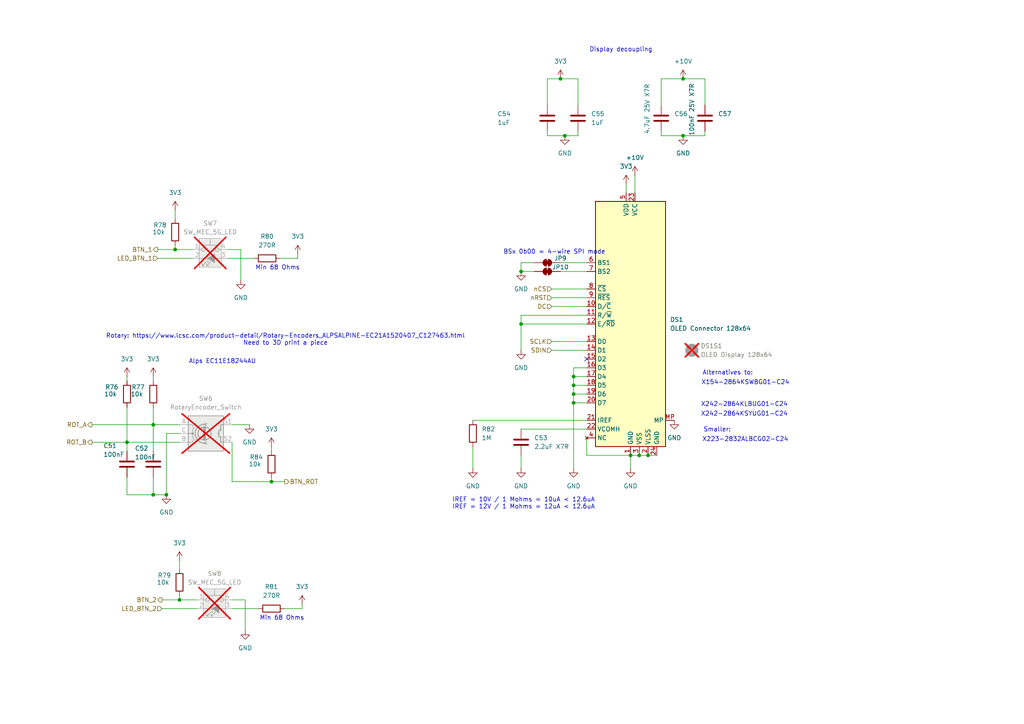
<source format=kicad_sch>
(kicad_sch (version 20231120) (generator "eeschema") (generator_version "8.0")
  (paper "A4")
  (lib_symbols
    (symbol "Device:C" (pin_numbers hide) (pin_names (offset 0.254))
      (property "Reference" "C" (at 0.635 2.54 0))
      (property "Value" "C" (at 0.635 -2.54 0))
      (symbol "C_0_1"
        (polyline (pts (xy -2.032 -0.762) (xy 2.032 -0.762)) (stroke (width 0.508)))
        (polyline (pts (xy -2.032 0.762) (xy 2.032 0.762)) (stroke (width 0.508)))
      )
      (symbol "C_1_1"
        (pin passive line (at 0 3.81 270) (length 2.794) (name "~") (number "1"))
        (pin passive line (at 0 -3.81 90) (length 2.794) (name "~") (number "2"))
      )
    )
    (symbol "Device:R" (pin_numbers hide) (pin_names (offset 0))
      (property "Reference" "R" (at 2.032 0 90))
      (property "Value" "R" (at 0 0 90))
      (symbol "R_0_1"
        (rectangle (start -1.016 -2.54) (end 1.016 2.54) (stroke (width 0.254)))
      )
      (symbol "R_1_1"
        (pin passive line (at 0 3.81 270) (length 1.27) (name "~") (number "1"))
        (pin passive line (at 0 -3.81 90) (length 1.27) (name "~") (number "2"))
      )
    )
    (symbol "Device:RotaryEncoder_Switch" (pin_names (offset 0.254) hide)
      (property "Reference" "SW" (at 0 6.604 0))
      (property "Value" "RotaryEncoder_Switch" (at 0 -6.604 0))
      (symbol "RotaryEncoder_Switch_0_1"
        (rectangle (start -5.08 5.08) (end 5.08 -5.08) (stroke (width 0.254)) (fill (type background)))
        (circle (center -3.81 0) (radius 0.254) (fill (type outline)))
        (circle (center -0.381 0) (radius 1.905) (stroke (width 0.254)))
        (arc (start -0.381 2.667) (mid -3.0988 -0.0635) (end -0.381 -2.794) (stroke (width 0.254)))
        (polyline (pts (xy -0.635 -1.778) (xy -0.635 1.778)) (stroke (width 0.254)))
        (polyline (pts (xy -0.381 -1.778) (xy -0.381 1.778)) (stroke (width 0.254)))
        (polyline (pts (xy -0.127 1.778) (xy -0.127 -1.778)) (stroke (width 0.254)))
        (polyline (pts (xy 3.81 0) (xy 3.429 0)) (stroke (width 0.254)))
        (polyline (pts (xy 3.81 1.016) (xy 3.81 -1.016)) (stroke (width 0.254)))
        (polyline (pts (xy -5.08 -2.54) (xy -3.81 -2.54) (xy -3.81 -2.032)))
        (polyline (pts (xy -5.08 2.54) (xy -3.81 2.54) (xy -3.81 2.032)))
        (polyline (pts (xy 0.254 -3.048) (xy -0.508 -2.794) (xy 0.127 -2.413)) (stroke (width 0.254)))
        (polyline (pts (xy 0.254 2.921) (xy -0.508 2.667) (xy 0.127 2.286)) (stroke (width 0.254)))
        (polyline (pts (xy 5.08 -2.54) (xy 4.318 -2.54) (xy 4.318 -1.016)) (stroke (width 0.254)))
        (polyline (pts (xy 5.08 2.54) (xy 4.318 2.54) (xy 4.318 1.016)) (stroke (width 0.254)))
        (polyline (pts (xy -5.08 0) (xy -3.81 0) (xy -3.81 -1.016) (xy -3.302 -2.032)))
        (polyline (pts (xy -4.318 0) (xy -3.81 0) (xy -3.81 1.016) (xy -3.302 2.032)))
        (circle (center 4.318 -1.016) (radius 0.127) (stroke (width 0.254)))
        (circle (center 4.318 1.016) (radius 0.127) (stroke (width 0.254)))
      )
      (symbol "RotaryEncoder_Switch_1_1"
        (pin passive line (at -7.62 2.54 0) (length 2.54) (name "A") (number "A"))
        (pin passive line (at -7.62 -2.54 0) (length 2.54) (name "B") (number "B"))
        (pin passive line (at -7.62 0 0) (length 2.54) (name "C") (number "C"))
        (pin passive line (at 7.62 2.54 180) (length 2.54) (name "S1") (number "S1"))
        (pin passive line (at 7.62 -2.54 180) (length 2.54) (name "S2") (number "S2"))
      )
    )
    (symbol "Jumper:SolderJumper_2_Bridged" (pin_numbers hide) (pin_names (offset 0) hide) (exclude_from_sim yes) (in_bom no)
      (property "Reference" "JP" (at 0 2.032 0))
      (property "Value" "SolderJumper_2_Bridged" (at 0 -2.54 0))
      (symbol "SolderJumper_2_Bridged_0_1"
        (rectangle (start -0.508 0.508) (end 0.508 -0.508) (fill (type outline)))
        (arc (start -0.254 1.016) (mid -1.2656 0) (end -0.254 -1.016))
        (arc (start -0.254 1.016) (mid -1.2656 0) (end -0.254 -1.016) (fill (type outline)))
        (polyline (pts (xy -0.254 1.016) (xy -0.254 -1.016)))
        (polyline (pts (xy 0.254 1.016) (xy 0.254 -1.016)))
        (arc (start 0.254 -1.016) (mid 1.2656 0) (end 0.254 1.016))
        (arc (start 0.254 -1.016) (mid 1.2656 0) (end 0.254 1.016) (fill (type outline)))
      )
      (symbol "SolderJumper_2_Bridged_1_1"
        (pin passive line (at -3.81 0 0) (length 2.54) (name "A") (number "1"))
        (pin passive line (at 3.81 0 180) (length 2.54) (name "B") (number "2"))
      )
    )
    (symbol "Mechanical:MountingHole" (pin_names (offset 1.016)) (exclude_from_sim yes) (in_bom no)
      (property "Reference" "H" (at 0 5.08 0))
      (property "Value" "MountingHole" (at 0 3.175 0))
      (symbol "MountingHole_0_1"
        (circle (center 0 0) (radius 1.27) (stroke (width 1.27)))
      )
    )
    (symbol "Switch:SW_MEC_5G_LED" (pin_names (offset 1.016) hide)
      (property "Reference" "SW" (at 0 7.62 0))
      (property "Value" "SW_MEC_5G_LED" (at 0 -3.81 0))
      (symbol "SW_MEC_5G_LED_0_0"
        (polyline (pts (xy -2.54 0) (xy 2.54 0)))
        (polyline (pts (xy -2.286 -2.159) (xy -1.016 -0.889)))
        (polyline (pts (xy -1.016 -2.159) (xy 0.254 -0.889)))
        (polyline (pts (xy -0.635 1.27) (xy -0.635 -1.27)))
        (polyline (pts (xy -2.286 -1.524) (xy -2.286 -2.159) (xy -1.651 -2.159)))
        (polyline (pts (xy -1.016 -1.524) (xy -1.016 -2.159) (xy -0.381 -2.159)))
        (polyline (pts (xy -0.635 0) (xy 1.27 1.27) (xy 1.27 -1.27) (xy -0.635 0)) (fill (type outline)))
      )
      (symbol "SW_MEC_5G_LED_0_1"
        (circle (center -2.032 2.54) (radius 0.508))
        (polyline (pts (xy 0 3.81) (xy 0 5.588)))
        (polyline (pts (xy 2.54 3.81) (xy -2.54 3.81)))
        (circle (center 2.032 2.54) (radius 0.508))
        (pin passive line (at -5.08 2.54 0) (length 2.54) (name "1") (number "1"))
        (pin passive line (at -5.08 0 0) (length 2.54) (name "2") (number "2"))
        (pin passive line (at 5.08 0 180) (length 2.54) (name "K") (number "3"))
        (pin passive line (at 5.08 2.54 180) (length 2.54) (name "A") (number "4"))
      )
      (symbol "SW_MEC_5G_LED_1_1"
        (rectangle (start -3.175 5.715) (end 3.175 -2.54) (fill (type background)))
      )
    )
    (symbol "asynthosc_lib:X154-2864KSWBG01-C24"
      (property "Reference" "DS" (at -10.16 38.1 0))
      (property "Value" "OLED 128x64" (at 12.7 38.1 0))
      (symbol "X154-2864KSWBG01-C24_0_1"
        (rectangle (start -10.16 35.56) (end 10.16 -35.56) (stroke (width 0.254)) (fill (type background)))
      )
      (symbol "X154-2864KSWBG01-C24_1_1"
        (pin power_in line (at 0 -38.1 90) (length 2.54) (name "GND") (number "1"))
        (pin input line (at -12.7 5.08 0) (length 2.54) (name "D/~{C}") (number "10"))
        (pin input line (at -12.7 2.54 0) (length 2.54) (name "R/~{W}") (number "11"))
        (pin input line (at -12.7 0 0) (length 2.54) (name "E/~{RD}") (number "12"))
        (pin bidirectional line (at -12.7 -5.08 0) (length 2.54) (name "D0") (number "13"))
        (pin bidirectional line (at -12.7 -7.62 0) (length 2.54) (name "D1") (number "14"))
        (pin bidirectional line (at -12.7 -10.16 0) (length 2.54) (name "D2") (number "15"))
        (pin bidirectional line (at -12.7 -12.7 0) (length 2.54) (name "D3") (number "16"))
        (pin bidirectional line (at -12.7 -15.24 0) (length 2.54) (name "D4") (number "17"))
        (pin bidirectional line (at -12.7 -17.78 0) (length 2.54) (name "D5") (number "18"))
        (pin bidirectional line (at -12.7 -20.32 0) (length 2.54) (name "D6") (number "19"))
        (pin power_in line (at 5.08 -38.1 90) (length 2.54) (name "VLSS") (number "2"))
        (pin bidirectional line (at -12.7 -22.86 0) (length 2.54) (name "D7") (number "20"))
        (pin passive line (at -12.7 -27.94 0) (length 2.54) (name "IREF") (number "21"))
        (pin passive line (at -12.7 -30.48 0) (length 2.54) (name "VCOMH") (number "22"))
        (pin power_in line (at 1.27 38.1 270) (length 2.54) (name "VCC") (number "23"))
        (pin power_in line (at 7.62 -38.1 90) (length 2.54) (name "GND") (number "24"))
        (pin power_in line (at 2.54 -38.1 90) (length 2.54) (name "VSS") (number "3"))
        (pin no_connect line (at -12.7 -33.02 0) (length 2.54) (name "NC") (number "4"))
        (pin power_in line (at -1.27 38.1 270) (length 2.54) (name "VDD") (number "5"))
        (pin input line (at -12.7 17.78 0) (length 2.54) (name "BS1") (number "6"))
        (pin input line (at -12.7 15.24 0) (length 2.54) (name "BS2") (number "7"))
        (pin input line (at -12.7 10.16 0) (length 2.54) (name "~{CS}") (number "8"))
        (pin input line (at -12.7 7.62 0) (length 2.54) (name "~{RES}") (number "9"))
        (pin free line (at 12.7 -27.94 180) (length 2.54) (name "MP") (number "MP"))
      )
    )
    (symbol "power:+10V" (power) (pin_numbers hide) (pin_names (offset 0) hide)
      (property "Value" "+10V" (at 0 3.556 0))
      (symbol "+10V_0_1"
        (polyline (pts (xy -0.762 1.27) (xy 0 2.54)))
        (polyline (pts (xy 0 0) (xy 0 2.54)))
        (polyline (pts (xy 0 2.54) (xy 0.762 1.27)))
      )
      (symbol "+10V_1_1"
        (pin power_in line (at 0 0 90) (length 0) (name "~") (number "1"))
      )
    )
    (symbol "power:+3V3" (power) (pin_numbers hide) (pin_names (offset 0) hide)
      (property "Value" "+3V3" (at 0 3.556 0))
      (symbol "+3V3_0_1"
        (polyline (pts (xy -0.762 1.27) (xy 0 2.54)))
        (polyline (pts (xy 0 0) (xy 0 2.54)))
        (polyline (pts (xy 0 2.54) (xy 0.762 1.27)))
      )
      (symbol "+3V3_1_1"
        (pin power_in line (at 0 0 90) (length 0) (name "~") (number "1"))
      )
    )
    (symbol "power:GND" (power) (pin_numbers hide) (pin_names (offset 0) hide)
      (property "Value" "GND" (at 0 -3.81 0))
      (symbol "GND_0_1"
        (polyline (pts (xy 0 0) (xy 0 -1.27) (xy 1.27 -1.27) (xy 0 -2.54) (xy -1.27 -1.27) (xy 0 -1.27)))
      )
      (symbol "GND_1_1"
        (pin power_in line (at 0 0 270) (length 0) (name "~") (number "1"))
      )
    )
  )
  (junction (at 198.12 39.37))
  (junction (at 166.37 109.22))
  (junction (at 52.07 173.99))
  (junction (at 78.74 139.7))
  (junction (at 48.26 143.51))
  (junction (at 163.83 39.37))
  (junction (at 182.88 132.08))
  (junction (at 50.8 72.39))
  (junction (at 166.37 111.76))
  (junction (at 36.83 128.27))
  (junction (at 151.13 93.98))
  (junction (at 44.45 143.51))
  (junction (at 185.42 132.08))
  (junction (at 187.96 132.08))
  (junction (at 151.13 78.74))
  (junction (at 166.37 116.84))
  (junction (at 162.56 22.86))
  (junction (at 198.12 22.86))
  (junction (at 44.45 123.19))
  (junction (at 166.37 114.3))
  (no_connect (at 170.18 104.14))
  (wire (pts (xy 71.12 173.99) (xy 71.12 182.88)))
  (wire (pts (xy 167.64 30.48) (xy 167.64 22.86)))
  (wire (pts (xy 162.56 76.2) (xy 170.18 76.2)))
  (wire (pts (xy 46.99 173.99) (xy 52.07 173.99)))
  (wire (pts (xy 67.31 128.27) (xy 67.31 139.7)))
  (wire (pts (xy 50.8 72.39) (xy 55.88 72.39)))
  (wire (pts (xy 166.37 114.3) (xy 170.18 114.3)))
  (wire (pts (xy 162.56 22.86) (xy 158.75 22.86)))
  (wire (pts (xy 78.74 129.54) (xy 78.74 130.81)))
  (wire (pts (xy 154.94 76.2) (xy 151.13 76.2)))
  (wire (pts (xy 36.83 109.22) (xy 36.83 110.49)))
  (wire (pts (xy 198.12 39.37) (xy 204.47 39.37)))
  (wire (pts (xy 67.31 173.99) (xy 71.12 173.99)))
  (wire (pts (xy 167.64 39.37) (xy 167.64 38.1)))
  (wire (pts (xy 166.37 109.22) (xy 166.37 106.68)))
  (wire (pts (xy 163.83 39.37) (xy 167.64 39.37)))
  (wire (pts (xy 44.45 109.22) (xy 44.45 110.49)))
  (wire (pts (xy 36.83 143.51) (xy 44.45 143.51)))
  (wire (pts (xy 184.15 50.8) (xy 184.15 55.88)))
  (wire (pts (xy 166.37 111.76) (xy 170.18 111.76)))
  (wire (pts (xy 67.31 176.53) (xy 74.93 176.53)))
  (wire (pts (xy 151.13 76.2) (xy 151.13 78.74)))
  (wire (pts (xy 167.64 22.86) (xy 162.56 22.86)))
  (wire (pts (xy 198.12 22.86) (xy 204.47 22.86)))
  (wire (pts (xy 160.02 86.36) (xy 170.18 86.36)))
  (wire (pts (xy 181.61 53.34) (xy 181.61 55.88)))
  (wire (pts (xy 44.45 123.19) (xy 52.07 123.19)))
  (wire (pts (xy 44.45 138.43) (xy 44.45 143.51)))
  (wire (pts (xy 52.07 173.99) (xy 57.15 173.99)))
  (wire (pts (xy 185.42 132.08) (xy 187.96 132.08)))
  (wire (pts (xy 160.02 83.82) (xy 170.18 83.82)))
  (wire (pts (xy 166.37 106.68) (xy 170.18 106.68)))
  (wire (pts (xy 191.77 22.86) (xy 191.77 30.48)))
  (wire (pts (xy 137.16 129.54) (xy 137.16 135.89)))
  (wire (pts (xy 26.67 123.19) (xy 44.45 123.19)))
  (wire (pts (xy 191.77 22.86) (xy 198.12 22.86)))
  (wire (pts (xy 67.31 123.19) (xy 72.39 123.19)))
  (wire (pts (xy 36.83 138.43) (xy 36.83 143.51)))
  (wire (pts (xy 36.83 128.27) (xy 36.83 130.81)))
  (wire (pts (xy 160.02 88.9) (xy 170.18 88.9)))
  (wire (pts (xy 158.75 39.37) (xy 163.83 39.37)))
  (wire (pts (xy 158.75 22.86) (xy 158.75 30.48)))
  (wire (pts (xy 52.07 125.73) (xy 48.26 125.73)))
  (wire (pts (xy 191.77 39.37) (xy 191.77 38.1)))
  (wire (pts (xy 44.45 123.19) (xy 44.45 130.81)))
  (wire (pts (xy 66.04 72.39) (xy 69.85 72.39)))
  (wire (pts (xy 66.04 74.93) (xy 73.66 74.93)))
  (wire (pts (xy 151.13 93.98) (xy 151.13 101.6)))
  (wire (pts (xy 69.85 72.39) (xy 69.85 81.28)))
  (wire (pts (xy 52.07 172.72) (xy 52.07 173.99)))
  (wire (pts (xy 170.18 93.98) (xy 151.13 93.98)))
  (wire (pts (xy 87.63 176.53) (xy 87.63 175.26)))
  (wire (pts (xy 204.47 22.86) (xy 204.47 30.48)))
  (wire (pts (xy 170.18 91.44) (xy 151.13 91.44)))
  (wire (pts (xy 45.72 72.39) (xy 50.8 72.39)))
  (wire (pts (xy 48.26 125.73) (xy 48.26 143.51)))
  (wire (pts (xy 166.37 109.22) (xy 170.18 109.22)))
  (wire (pts (xy 44.45 118.11) (xy 44.45 123.19)))
  (wire (pts (xy 160.02 99.06) (xy 170.18 99.06)))
  (wire (pts (xy 26.67 128.27) (xy 36.83 128.27)))
  (wire (pts (xy 151.13 91.44) (xy 151.13 93.98)))
  (wire (pts (xy 182.88 132.08) (xy 182.88 135.89)))
  (wire (pts (xy 78.74 139.7) (xy 82.55 139.7)))
  (wire (pts (xy 166.37 116.84) (xy 170.18 116.84)))
  (wire (pts (xy 151.13 135.89) (xy 151.13 132.08)))
  (wire (pts (xy 162.56 78.74) (xy 170.18 78.74)))
  (wire (pts (xy 81.28 74.93) (xy 86.36 74.93)))
  (wire (pts (xy 151.13 78.74) (xy 154.94 78.74)))
  (wire (pts (xy 170.18 132.08) (xy 182.88 132.08)))
  (wire (pts (xy 45.72 74.93) (xy 55.88 74.93)))
  (wire (pts (xy 166.37 111.76) (xy 166.37 109.22)))
  (wire (pts (xy 52.07 162.56) (xy 52.07 165.1)))
  (wire (pts (xy 151.13 124.46) (xy 170.18 124.46)))
  (wire (pts (xy 50.8 60.96) (xy 50.8 63.5)))
  (wire (pts (xy 166.37 114.3) (xy 166.37 111.76)))
  (wire (pts (xy 78.74 138.43) (xy 78.74 139.7)))
  (wire (pts (xy 67.31 139.7) (xy 78.74 139.7)))
  (wire (pts (xy 86.36 74.93) (xy 86.36 73.66)))
  (wire (pts (xy 160.02 101.6) (xy 170.18 101.6)))
  (wire (pts (xy 166.37 135.89) (xy 166.37 116.84)))
  (wire (pts (xy 170.18 127) (xy 170.18 132.08)))
  (wire (pts (xy 44.45 143.51) (xy 48.26 143.51)))
  (wire (pts (xy 204.47 39.37) (xy 204.47 38.1)))
  (wire (pts (xy 46.99 176.53) (xy 57.15 176.53)))
  (wire (pts (xy 36.83 128.27) (xy 52.07 128.27)))
  (wire (pts (xy 187.96 132.08) (xy 190.5 132.08)))
  (wire (pts (xy 158.75 39.37) (xy 158.75 38.1)))
  (wire (pts (xy 137.16 121.92) (xy 170.18 121.92)))
  (wire (pts (xy 50.8 71.12) (xy 50.8 72.39)))
  (wire (pts (xy 191.77 39.37) (xy 198.12 39.37)))
  (wire (pts (xy 36.83 118.11) (xy 36.83 128.27)))
  (wire (pts (xy 182.88 132.08) (xy 185.42 132.08)))
  (wire (pts (xy 166.37 116.84) (xy 166.37 114.3)))
  (wire (pts (xy 82.55 176.53) (xy 87.63 176.53)))
  (text "X242-2864KLBUG01-C24" (at 215.9 117.348 0) (effects (font (size 1.27 1.27))))
  (text "Display decoupling\n" (at 180.086 14.478 0) (effects (font (size 1.27 1.27))))
  (text "Smaller:" (at 208.026 124.714 0) (effects (font (size 1.27 1.27))))
  (text "X154-2864KSWBG01-C24  " (at 217.17 110.998 0) (effects (font (size 1.27 1.27))))
  (text "Alps EC11E18244AU" (at 64.516 104.902 0) (effects (font (size 1.27 1.27))))
  (text "X242-2864KSYUG01-C24" (at 215.9 120.142 0) (effects (font (size 1.27 1.27))))
  (text "X223-2832ALBCG02-C24 " (at 216.662 127.508 0) (effects (font (size 1.27 1.27))))
  (text "Min 68 Ohms" (at 81.788 179.324 0) (effects (font (size 1.27 1.27))))
  (text "IREF = 10V / 1 Mohms = 10uA < 12.6uA\nIREF = 12V / 1 Mohms = 12uA < 12.6uA" (at 151.892 146.05 0) (effects (font (size 1.27 1.27))))
  (text "BSx 0b00 = 4-wire SPI mode" (at 160.782 73.152 0) (effects (font (size 1.27 1.27))))
  (text "Alternatives to:" (at 211.074 108.204 0) (effects (font (size 1.27 1.27))))
  (text "Rotary: https://www.lcsc.com/product-detail/Rotary-Encoders_ALPSALPINE-EC21A1520407_C127463.html\nNeed to 3D print a piece" (at 82.804 98.552 0) (effects (font (size 1.27 1.27))))
  (text "Min 68 Ohms" (at 80.518 77.724 0) (effects (font (size 1.27 1.27))))
  (hierarchical_label "nCS" (shape input) (at 160.02 83.82 180))
  (hierarchical_label "BTN_1" (shape output) (at 45.72 72.39 180))
  (hierarchical_label "ROT_A" (shape output) (at 26.67 123.19 180))
  (hierarchical_label "nRST" (shape input) (at 160.02 86.36 180))
  (hierarchical_label "LED_BTN_1" (shape input) (at 45.72 74.93 180))
  (hierarchical_label "BTN_ROT" (shape output) (at 82.55 139.7 0))
  (hierarchical_label "DC" (shape input) (at 160.02 88.9 180))
  (hierarchical_label "ROT_B" (shape output) (at 26.67 128.27 180))
  (hierarchical_label "SCLK" (shape input) (at 160.02 99.06 180))
  (hierarchical_label "LED_BTN_2" (shape input) (at 46.99 176.53 180))
  (hierarchical_label "SDIN" (shape input) (at 160.02 101.6 180))
  (hierarchical_label "BTN_2" (shape output) (at 46.99 173.99 180))
  (symbol (lib_id "Device:C") (at 191.77 34.29 0) (unit 1) (exclude_from_sim yes)
    (property "Reference" "C56" (at 195.58 33.0199 0) (effects (justify left)))
    (property "Value" "4.7uF 25V X7R" (at 187.706 38.862 90) (effects (justify left)))
    (property "Footprint" "Capacitor_SMD:C_0805_2012Metric" (effects (hide yes)))
    (property "Description" "Unpolarized capacitor" (effects (hide yes)))
    (property "RefNum" "_generic_" (effects (hide yes)))
    (property "JLC" "0805" (effects (hide yes)))
  )
  (symbol (lib_id "power:GND") (at 182.88 135.89 0) (unit 1)
    (property "Reference" "#PWR0144" (effects (hide yes)))
    (property "Value" "GND" (at 182.88 140.97 0))
    (property "Description" "Power symbol creates a global label with name \"GND\" , ground" (effects (hide yes)))
  )
  (symbol (lib_id "Device:C") (at 36.83 134.62 0) (unit 1)
    (property "Reference" "C51" (at 29.972 129.286 0) (effects (justify left)))
    (property "Value" "100nF" (at 29.972 131.826 0) (effects (justify left)))
    (property "Footprint" "Capacitor_SMD:C_0402_1005Metric" (effects (hide yes)))
    (property "Description" "Unpolarized capacitor" (effects (hide yes)))
    (property "RefNum" "_generic_" (effects (hide yes)))
    (property "JLC" "0402" (effects (hide yes)))
  )
  (symbol (lib_id "power:GND") (at 163.83 39.37 0) (unit 1)
    (property "Reference" "#PWR0141" (effects (hide yes)))
    (property "Value" "GND" (at 163.83 44.45 0))
    (property "Description" "Power symbol creates a global label with name \"GND\" , ground" (effects (hide yes)))
  )
  (symbol (lib_id "asynthosc_lib:X154-2864KSWBG01-C24") (at 182.88 93.98 0) (unit 1)
    (property "Reference" "DS1" (at 194.31 92.7099 0) (effects (justify left)))
    (property "Value" "OLED Connector 128x64" (at 194.31 95.2499 0) (effects (justify left)))
    (property "Footprint" "asynthosc:Hirose_FH52-24S-0.5SH_1x24-1MP_P0.5mm_Horizontal" (effects (hide yes)))
    (property "Datasheet" "https://www.jx-wisevision.com/1-54-small-128x64-dots-oled-display-module-screen-product/" (effects (hide yes)))
    (property "Description" "OLED display 128x64" (effects (hide yes)))
    (property "LCSC" "C5378714" (effects (hide yes)))
    (property "Manufacturer" "Hirose" (effects (hide yes)))
    (property "RefNum" "FH52-24S-0.5SH" (effects (hide yes)))
  )
  (symbol (lib_id "power:GND") (at 48.26 143.51 0) (unit 1)
    (property "Reference" "#PWR0129" (effects (hide yes)))
    (property "Value" "GND" (at 48.26 148.59 0))
    (property "Description" "Power symbol creates a global label with name \"GND\" , ground" (effects (hide yes)))
  )
  (symbol (lib_id "power:GND") (at 151.13 101.6 0) (unit 1)
    (property "Reference" "#PWR0138" (effects (hide yes)))
    (property "Value" "GND" (at 151.13 106.68 0))
    (property "Description" "Power symbol creates a global label with name \"GND\" , ground" (effects (hide yes)))
  )
  (symbol (lib_id "power:+3V3") (at 52.07 162.56 0) (unit 1)
    (property "Reference" "#PWR0131" (effects (hide yes)))
    (property "Value" "3V3" (at 52.07 157.48 0))
    (property "Description" "Power symbol creates a global label with name \"+3V3\"" (effects (hide yes)))
  )
  (symbol (lib_id "power:+3V3") (at 50.8 60.96 0) (unit 1)
    (property "Reference" "#PWR0130" (effects (hide yes)))
    (property "Value" "3V3" (at 50.8 55.88 0))
    (property "Description" "Power symbol creates a global label with name \"+3V3\"" (effects (hide yes)))
  )
  (symbol (lib_id "Device:RotaryEncoder_Switch") (at 59.69 125.73 0) (unit 1) (dnp yes)
    (property "Reference" "SW6" (at 59.69 115.57 0))
    (property "Value" "RotaryEncoder_Switch" (at 59.69 118.11 0))
    (property "Footprint" "Rotary_Encoder:RotaryEncoder_Alps_EC11E-Switch_Vertical_H20mm" (effects (hide yes)))
    (property "Description" "Rotary encoder, dual channel, incremental quadrate outputs, with switch" (effects (hide yes)))
    (property "RefNum" "EC11E18" (effects (hide yes)))
    (property "Manufacturer" "Alps" (effects (hide yes)))
    (property "LCSC" "C370986" (effects (hide yes)))
  )
  (symbol (lib_id "power:+3V3") (at 87.63 175.26 0) (unit 1)
    (property "Reference" "#PWR0135" (effects (hide yes)))
    (property "Value" "3V3" (at 87.63 170.18 0))
    (property "Description" "Power symbol creates a global label with name \"+3V3\"" (effects (hide yes)))
  )
  (symbol (lib_id "Device:C") (at 204.47 34.29 0) (unit 1) (exclude_from_sim yes)
    (property "Reference" "C57" (at 208.28 33.0199 0) (effects (justify left)))
    (property "Value" "100nF 25V X7R" (at 200.66 39.37 90) (effects (justify left)))
    (property "Footprint" "Capacitor_SMD:C_0805_2012Metric" (effects (hide yes)))
    (property "Description" "Unpolarized capacitor" (effects (hide yes)))
    (property "RefNum" "_generic_" (effects (hide yes)))
    (property "JLC" "0805" (effects (hide yes)))
  )
  (symbol (lib_id "Device:C") (at 167.64 34.29 0) (unit 1) (exclude_from_sim yes)
    (property "Reference" "C55" (at 171.45 33.0199 0) (effects (justify left)))
    (property "Value" "1uF" (at 171.45 35.5599 0) (effects (justify left)))
    (property "Footprint" "Capacitor_SMD:C_0805_2012Metric" (effects (hide yes)))
    (property "Description" "Unpolarized capacitor" (effects (hide yes)))
    (property "RefNum" "_generic_" (effects (hide yes)))
    (property "JLC" "0805" (effects (hide yes)))
  )
  (symbol (lib_id "Device:R") (at 50.8 67.31 0) (unit 1)
    (property "Reference" "R78" (at 44.45 65.278 0) (effects (justify left)))
    (property "Value" "10k" (at 44.196 67.31 0) (effects (justify left)))
    (property "Footprint" "Resistor_SMD:R_0402_1005Metric" (effects (hide yes)))
    (property "Description" "Resistor" (effects (hide yes)))
    (property "RefNum" "_generic_" (effects (hide yes)))
    (property "JLC" "0402" (effects (hide yes)))
  )
  (symbol (lib_id "Device:C") (at 151.13 128.27 0) (unit 1) (exclude_from_sim yes)
    (property "Reference" "C53" (at 154.94 126.9999 0) (effects (justify left)))
    (property "Value" "2.2uF X7R" (at 154.94 129.5399 0) (effects (justify left)))
    (property "Footprint" "Capacitor_SMD:C_0805_2012Metric" (effects (hide yes)))
    (property "Description" "Unpolarized capacitor" (effects (hide yes)))
    (property "RefNum" "_generic_" (effects (hide yes)))
    (property "JLC" "0805" (effects (hide yes)))
  )
  (symbol (lib_id "power:GND") (at 198.12 39.37 0) (unit 1)
    (property "Reference" "#PWR0147" (effects (hide yes)))
    (property "Value" "GND" (at 198.12 44.45 0))
    (property "Description" "Power symbol creates a global label with name \"GND\" , ground" (effects (hide yes)))
  )
  (symbol (lib_id "power:GND") (at 166.37 135.89 0) (unit 1)
    (property "Reference" "#PWR0142" (effects (hide yes)))
    (property "Value" "GND" (at 166.37 140.97 0))
    (property "Description" "Power symbol creates a global label with name \"GND\" , ground" (effects (hide yes)))
  )
  (symbol (lib_id "power:GND") (at 151.13 78.74 0) (unit 1)
    (property "Reference" "#PWR0137" (effects (hide yes)))
    (property "Value" "GND" (at 151.13 83.82 0))
    (property "Description" "Power symbol creates a global label with name \"GND\" , ground" (effects (hide yes)))
  )
  (symbol (lib_id "Mechanical:MountingHole") (at 200.66 101.6 0) (unit 1) (exclude_from_sim yes) (on_board no) (dnp yes)
    (property "Reference" "DS1S1" (at 203.2 100.3299 0) (effects (justify left)))
    (property "Value" "OLED Display 128x64" (at 203.2 102.8699 0) (effects (justify left)))
    (property "Footprint" "Display:OLED-128O064D" (effects (hide yes)))
    (property "Description" "Mounting Hole without connection" (effects (hide yes)))
    (property "LCSC" "C5123567" (effects (hide yes)))
    (property "Manufacturer" "NewVisio" (effects (hide yes)))
    (property "RefNum" "X154-2864KSWBG01-C24  " (effects (hide yes)))
  )
  (symbol (lib_id "power:+3V3") (at 44.45 109.22 0) (unit 1)
    (property "Reference" "#PWR0128" (effects (hide yes)))
    (property "Value" "3V3" (at 44.45 104.14 0))
    (property "Description" "Power symbol creates a global label with name \"+3V3\"" (effects (hide yes)))
  )
  (symbol (lib_id "power:+3V3") (at 78.74 129.54 0) (unit 1)
    (property "Reference" "#PWR0158" (effects (hide yes)))
    (property "Value" "3V3" (at 78.74 124.46 0))
    (property "Description" "Power symbol creates a global label with name \"+3V3\"" (effects (hide yes)))
  )
  (symbol (lib_id "power:+3V3") (at 86.36 73.66 0) (unit 1)
    (property "Reference" "#PWR0134" (effects (hide yes)))
    (property "Value" "3V3" (at 86.36 68.58 0))
    (property "Description" "Power symbol creates a global label with name \"+3V3\"" (effects (hide yes)))
  )
  (symbol (lib_id "Device:R") (at 36.83 114.3 0) (unit 1)
    (property "Reference" "R76" (at 30.48 112.268 0) (effects (justify left)))
    (property "Value" "10k" (at 30.226 114.3 0) (effects (justify left)))
    (property "Footprint" "Resistor_SMD:R_0402_1005Metric" (effects (hide yes)))
    (property "Description" "Resistor" (effects (hide yes)))
    (property "RefNum" "_generic_" (effects (hide yes)))
    (property "JLC" "0402" (effects (hide yes)))
  )
  (symbol (lib_id "power:+10V") (at 184.15 50.8 0) (unit 1)
    (property "Reference" "#PWR0145" (effects (hide yes)))
    (property "Value" "+10V" (at 184.15 45.72 0))
    (property "Description" "Power symbol creates a global label with name \"+10V\"" (effects (hide yes)))
  )
  (symbol (lib_id "power:GND") (at 137.16 135.89 0) (unit 1)
    (property "Reference" "#PWR0136" (effects (hide yes)))
    (property "Value" "GND" (at 137.16 140.97 0))
    (property "Description" "Power symbol creates a global label with name \"GND\" , ground" (effects (hide yes)))
  )
  (symbol (lib_id "power:+3V3") (at 181.61 53.34 0) (unit 1)
    (property "Reference" "#PWR0143" (effects (hide yes)))
    (property "Value" "3V3" (at 181.61 48.26 0))
    (property "Description" "Power symbol creates a global label with name \"+3V3\"" (effects (hide yes)))
  )
  (symbol (lib_id "Switch:SW_MEC_5G_LED") (at 60.96 74.93 0) (unit 1) (dnp yes)
    (property "Reference" "SW7" (at 60.96 64.77 0))
    (property "Value" "SW_MEC_5G_LED" (at 60.96 67.31 0))
    (property "Footprint" "asynthosc:TPB01-X0XLXX_SW_MEC_5G" (effects (hide yes)))
    (property "Datasheet" "http://www.apem.com/int/index.php?controller=attachment&id_attachment=488" (effects (hide yes)))
    (property "Description" "MEC 5G single pole normally-open illuminated tactile switch" (effects (hide yes)))
    (property "LCSC" "C2762115" (effects (hide yes)))
    (property "Manufacturer" "ROCPU" (effects (hide yes)))
    (property "RefNum" "TPB01-3016L6W" (effects (hide yes)))
  )
  (symbol (lib_id "power:GND") (at 151.13 135.89 0) (unit 1)
    (property "Reference" "#PWR0139" (effects (hide yes)))
    (property "Value" "GND" (at 151.13 140.97 0))
    (property "Description" "Power symbol creates a global label with name \"GND\" , ground" (effects (hide yes)))
  )
  (symbol (lib_id "power:+10V") (at 198.12 22.86 0) (unit 1)
    (property "Reference" "#PWR0146" (effects (hide yes)))
    (property "Value" "+10V" (at 198.12 17.78 0))
    (property "Description" "Power symbol creates a global label with name \"+10V\"" (effects (hide yes)))
  )
  (symbol (lib_id "power:+3V3") (at 162.56 22.86 0) (unit 1)
    (property "Reference" "#PWR0140" (effects (hide yes)))
    (property "Value" "3V3" (at 162.56 17.78 0))
    (property "Description" "Power symbol creates a global label with name \"+3V3\"" (effects (hide yes)))
  )
  (symbol (lib_id "Device:R") (at 44.45 114.3 0) (unit 1)
    (property "Reference" "R77" (at 38.1 112.268 0) (effects (justify left)))
    (property "Value" "10k" (at 37.846 114.3 0) (effects (justify left)))
    (property "Footprint" "Resistor_SMD:R_0402_1005Metric" (effects (hide yes)))
    (property "Description" "Resistor" (effects (hide yes)))
    (property "RefNum" "_generic_" (effects (hide yes)))
    (property "JLC" "0402" (effects (hide yes)))
  )
  (symbol (lib_id "Device:R") (at 78.74 134.62 0) (unit 1)
    (property "Reference" "R84" (at 72.39 132.588 0) (effects (justify left)))
    (property "Value" "10k" (at 72.136 134.62 0) (effects (justify left)))
    (property "Footprint" "Resistor_SMD:R_0402_1005Metric" (effects (hide yes)))
    (property "Description" "Resistor" (effects (hide yes)))
    (property "RefNum" "_generic_" (effects (hide yes)))
    (property "JLC" "0402" (effects (hide yes)))
  )
  (symbol (lib_id "power:GND") (at 195.58 121.92 0) (unit 1)
    (property "Reference" "#PWR0159" (effects (hide yes)))
    (property "Value" "GND" (at 195.58 127 0))
    (property "Description" "Power symbol creates a global label with name \"GND\" , ground" (effects (hide yes)))
  )
  (symbol (lib_id "Device:R") (at 78.74 176.53 270) (unit 1)
    (property "Reference" "R81" (at 78.74 170.18 90))
    (property "Value" "270R" (at 78.74 172.72 90))
    (property "Footprint" "Resistor_SMD:R_0402_1005Metric" (effects (hide yes)))
    (property "Description" "Resistor" (effects (hide yes)))
    (property "RefNum" "_generic_" (effects (hide yes)))
    (property "JLC" "0402" (effects (hide yes)))
  )
  (symbol (lib_id "Device:R") (at 52.07 168.91 0) (unit 1)
    (property "Reference" "R79" (at 45.72 166.878 0) (effects (justify left)))
    (property "Value" "10k" (at 45.466 168.91 0) (effects (justify left)))
    (property "Footprint" "Resistor_SMD:R_0402_1005Metric" (effects (hide yes)))
    (property "Description" "Resistor" (effects (hide yes)))
    (property "RefNum" "_generic_" (effects (hide yes)))
    (property "JLC" "0402" (effects (hide yes)))
  )
  (symbol (lib_id "Device:R") (at 137.16 125.73 0) (unit 1)
    (property "Reference" "R82" (at 139.7 124.4599 0) (effects (justify left)))
    (property "Value" "1M" (at 139.7 126.9999 0) (effects (justify left)))
    (property "Footprint" "Resistor_SMD:R_0402_1005Metric" (effects (hide yes)))
    (property "Description" "Resistor" (effects (hide yes)))
    (property "RefNum" "_generic_" (effects (hide yes)))
    (property "JLC" "0402" (effects (hide yes)))
  )
  (symbol (lib_id "Device:C") (at 158.75 34.29 0) (unit 1) (exclude_from_sim yes)
    (property "Reference" "C54" (at 144.272 33.02 0) (effects (justify left)))
    (property "Value" "1uF" (at 144.272 35.56 0) (effects (justify left)))
    (property "Footprint" "Capacitor_SMD:C_0805_2012Metric" (effects (hide yes)))
    (property "Description" "Unpolarized capacitor" (effects (hide yes)))
    (property "RefNum" "_generic_" (effects (hide yes)))
    (property "JLC" "0805" (effects (hide yes)))
  )
  (symbol (lib_id "power:+3V3") (at 36.83 109.22 0) (unit 1)
    (property "Reference" "#PWR0127" (effects (hide yes)))
    (property "Value" "3V3" (at 36.83 104.14 0))
    (property "Description" "Power symbol creates a global label with name \"+3V3\"" (effects (hide yes)))
  )
  (symbol (lib_id "power:GND") (at 69.85 81.28 0) (unit 1)
    (property "Reference" "#PWR0132" (effects (hide yes)))
    (property "Value" "GND" (at 69.85 86.36 0))
    (property "Description" "Power symbol creates a global label with name \"GND\" , ground" (effects (hide yes)))
  )
  (symbol (lib_id "power:GND") (at 72.39 123.19 0) (unit 1)
    (property "Reference" "#PWR0157" (effects (hide yes)))
    (property "Value" "GND" (at 72.39 128.27 0))
    (property "Description" "Power symbol creates a global label with name \"GND\" , ground" (effects (hide yes)))
  )
  (symbol (lib_id "Device:C") (at 44.45 134.62 0) (unit 1)
    (property "Reference" "C52" (at 39.116 130.048 0) (effects (justify left)))
    (property "Value" "100nF" (at 39.116 132.588 0) (effects (justify left)))
    (property "Footprint" "Capacitor_SMD:C_0402_1005Metric" (effects (hide yes)))
    (property "Description" "Unpolarized capacitor" (effects (hide yes)))
    (property "RefNum" "_generic_" (effects (hide yes)))
    (property "JLC" "0402" (effects (hide yes)))
  )
  (symbol (lib_id "Jumper:SolderJumper_2_Bridged") (at 158.75 76.2 0) (unit 1) (exclude_from_sim yes) (in_bom no)
    (property "Reference" "JP9" (at 162.56 74.93 0))
    (property "Value" "SolderJumper_2_Bridged" (effects (hide yes)))
    (property "Footprint" "asynthosc:SolderJumper_0402_1005Metric_Bridged" (effects (hide yes)))
    (property "Description" "Solder Jumper, 2-pole, closed/bridged" (effects (hide yes)))
    (property "RefNum" "_na_" (effects (hide yes)))
  )
  (symbol (lib_id "power:GND") (at 71.12 182.88 0) (unit 1)
    (property "Reference" "#PWR0133" (effects (hide yes)))
    (property "Value" "GND" (at 71.12 187.96 0))
    (property "Description" "Power symbol creates a global label with name \"GND\" , ground" (effects (hide yes)))
  )
  (symbol (lib_id "Jumper:SolderJumper_2_Bridged") (at 158.75 78.74 0) (unit 1) (exclude_from_sim yes) (in_bom no)
    (property "Reference" "JP10" (at 162.56 77.47 0))
    (property "Value" "SolderJumper_2_Bridged" (effects (hide yes)))
    (property "Footprint" "asynthosc:SolderJumper_0402_1005Metric_Bridged" (effects (hide yes)))
    (property "Description" "Solder Jumper, 2-pole, closed/bridged" (effects (hide yes)))
    (property "RefNum" "_na_" (effects (hide yes)))
  )
  (symbol (lib_id "Switch:SW_MEC_5G_LED") (at 62.23 176.53 0) (unit 1) (dnp yes)
    (property "Reference" "SW8" (at 62.23 166.37 0))
    (property "Value" "SW_MEC_5G_LED" (at 62.23 168.91 0))
    (property "Footprint" "asynthosc:TPB01-X0XLXX_SW_MEC_5G" (effects (hide yes)))
    (property "Datasheet" "http://www.apem.com/int/index.php?controller=attachment&id_attachment=488" (effects (hide yes)))
    (property "Description" "MEC 5G single pole normally-open illuminated tactile switch" (effects (hide yes)))
    (property "LCSC" "C2762115" (effects (hide yes)))
    (property "Manufacturer" "ROCPU" (effects (hide yes)))
    (property "RefNum" "TPB01-3016L6W" (effects (hide yes)))
  )
  (symbol (lib_id "Device:R") (at 77.47 74.93 270) (unit 1)
    (property "Reference" "R80" (at 77.47 68.58 90))
    (property "Value" "270R" (at 77.47 71.12 90))
    (property "Footprint" "Resistor_SMD:R_0402_1005Metric" (effects (hide yes)))
    (property "Description" "Resistor" (effects (hide yes)))
    (property "RefNum" "_generic_" (effects (hide yes)))
    (property "JLC" "0402" (effects (hide yes)))
  )
)
</source>
